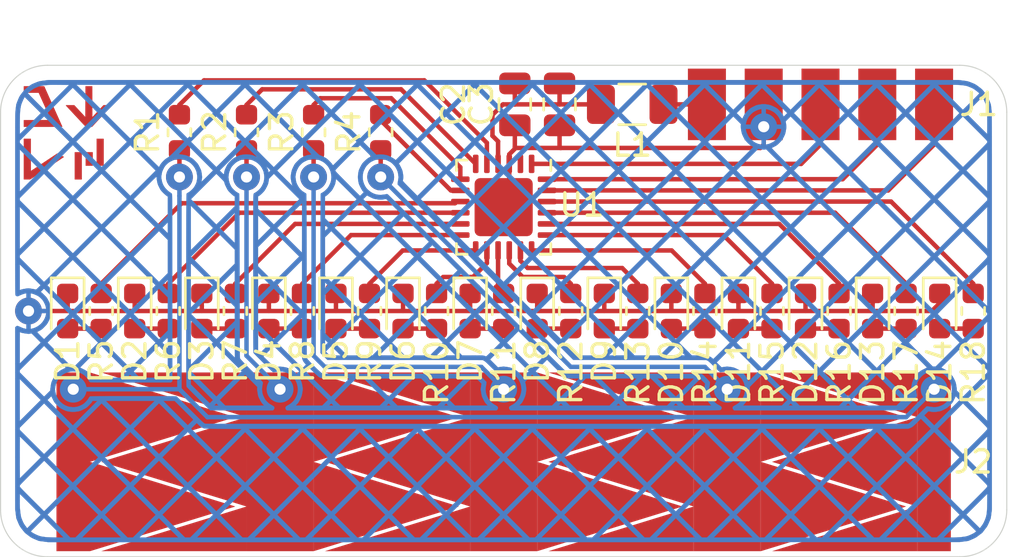
<source format=kicad_pcb>
(kicad_pcb (version 20240108) (generator "pcbnew") (generator_version "8.0")
  (layers (0 "F.Cu" signal) (31 "B.Cu" signal) (34 "B.Paste" user) (35 "F.Paste" user) (36 "B.SilkS" user "B.Silkscreen") (37 "F.SilkS" user "F.Silkscreen") (38 "B.Mask" user) (39 "F.Mask" user) (44 "Edge.Cuts" user))
  (net 0 "")
  (net 1 "GND")
  (net 2 "+3V3")
  (net 3 "Net-(D1-Pad2)")
  (net 4 "Net-(D2-Pad2)")
  (net 5 "Net-(D3-Pad2)")
  (net 6 "Net-(D4-Pad2)")
  (net 7 "Net-(D5-Pad2)")
  (net 8 "Net-(D6-Pad2)")
  (net 9 "Net-(D7-Pad2)")
  (net 10 "Net-(D8-Pad2)")
  (net 11 "Net-(D9-Pad2)")
  (net 12 "Net-(D10-Pad2)")
  (net 13 "Net-(D11-Pad2)")
  (net 14 "Net-(D12-Pad2)")
  (net 15 "Net-(D13-Pad2)")
  (net 16 "Net-(D14-Pad2)")
  (net 17 "Net-(J1-Pad5)")
  (net 18 "/RX")
  (net 19 "/TX")
  (net 20 "/UPDI")
  (net 21 "Net-(R1-Pad2)")
  (net 22 "/SENS0")
  (net 23 "Net-(R2-Pad2)")
  (net 24 "/SENS1")
  (net 25 "Net-(R3-Pad2)")
  (net 26 "/SENS2")
  (net 27 "Net-(R4-Pad2)")
  (net 28 "/SENS3")
  (net 29 "/LED0")
  (net 30 "/LED1")
  (net 31 "/LED2")
  (net 32 "/LED3")
  (net 33 "/LED4")
  (net 34 "/LED5")
  (net 35 "/LED6")
  (net 36 "/LED7")
  (net 37 "/LED8")
  (net 38 "/LED9")
  (net 39 "/LED10")
  (net 40 "/LED11")
  (net 41 "/LED12")
  (net 42 "/LED13")
  (net 43 "Net-(U1-Pad2)")
  (footprint "Capacitor_SMD:C_0805_2012Metric" (layer "F.Cu") (at 150.5 90.75 -90)
    (property "Reference" "C2")
    (property "Value" "10u")
  )
  (footprint "Capacitor_SMD:C_0805_2012Metric" (layer "F.Cu") (at 152.5 90.75 -90)
    (property "Reference" "C3")
    (property "Value" "100n")
  )
  (footprint "Inductor_SMD:L_1206_3216Metric" (layer "F.Cu") (at 155.75 90.75 180)
    (property "Reference" "L1")
    (property "Value" "idk_lol")
  )
  (footprint "Resistor_SMD:R_0603_1608Metric" (layer "F.Cu") (at 135.5 92 90)
    (property "Reference" "R1")
    (property "Value" "10k")
  )
  (footprint "Resistor_SMD:R_0603_1608Metric" (layer "F.Cu") (at 138.5 92 90)
    (property "Reference" "R2")
    (property "Value" "10k")
  )
  (footprint "Resistor_SMD:R_0603_1608Metric" (layer "F.Cu") (at 141.5 92 90)
    (property "Reference" "R3")
    (property "Value" "10k")
  )
  (footprint "Resistor_SMD:R_0603_1608Metric" (layer "F.Cu") (at 144.5 92 90)
    (property "Reference" "R4")
    (property "Value" "10k")
  )
  (footprint "LED_SMD:LED_0603_1608Metric" (layer "F.Cu") (at 154.5 100 -90)
    (property "Reference" "D9")
    (property "Value" "LED")
  )
  (footprint "LED_SMD:LED_0603_1608Metric" (layer "F.Cu") (at 151.5 100 -90)
    (property "Reference" "D8")
    (property "Value" "LED")
  )
  (footprint "LED_SMD:LED_0603_1608Metric" (layer "F.Cu") (at 148.5 100 -90)
    (property "Reference" "D7")
    (property "Value" "LED")
  )
  (footprint "LED_SMD:LED_0603_1608Metric" (layer "F.Cu") (at 145.5 100 -90)
    (property "Reference" "D6")
    (property "Value" "LED")
  )
  (footprint "LED_SMD:LED_0603_1608Metric" (layer "F.Cu") (at 142.5 100 -90)
    (property "Reference" "D5")
    (property "Value" "LED")
  )
  (footprint "LED_SMD:LED_0603_1608Metric" (layer "F.Cu") (at 139.5 100 -90)
    (property "Reference" "D4")
    (property "Value" "LED")
  )
  (footprint "LED_SMD:LED_0603_1608Metric" (layer "F.Cu") (at 136.5 100 -90)
    (property "Reference" "D3")
    (property "Value" "LED")
  )
  (footprint "LED_SMD:LED_0603_1608Metric" (layer "F.Cu") (at 133.5 100 -90)
    (property "Reference" "D2")
    (property "Value" "LED")
  )
  (footprint "LED_SMD:LED_0603_1608Metric" (layer "F.Cu") (at 130.5 100 -90)
    (property "Reference" "D1")
    (property "Value" "LED")
  )
  (footprint "LED_SMD:LED_0603_1608Metric" (layer "F.Cu") (at 160.5 100 -90)
    (property "Reference" "D11")
    (property "Value" "LED")
  )
  (footprint "LED_SMD:LED_0603_1608Metric" (layer "F.Cu") (at 157.5 100 -90)
    (property "Reference" "D10")
    (property "Value" "LED")
  )
  (footprint "Resistor_SMD:R_0603_1608Metric" (layer "F.Cu") (at 171 100 90)
    (property "Reference" "R18")
    (property "Value" "1k")
  )
  (footprint "Resistor_SMD:R_0603_1608Metric" (layer "F.Cu") (at 168 100 90)
    (property "Reference" "R17")
    (property "Value" "1k")
  )
  (footprint "Resistor_SMD:R_0603_1608Metric" (layer "F.Cu") (at 165 100 90)
    (property "Reference" "R16")
    (property "Value" "1k")
  )
  (footprint "Resistor_SMD:R_0603_1608Metric" (layer "F.Cu") (at 162 100 90)
    (property "Reference" "R15")
    (property "Value" "1k")
  )
  (footprint "Resistor_SMD:R_0603_1608Metric" (layer "F.Cu") (at 159 100 90)
    (property "Reference" "R14")
    (property "Value" "1k")
  )
  (footprint "Resistor_SMD:R_0603_1608Metric" (layer "F.Cu") (at 153 100 90)
    (property "Reference" "R12")
    (property "Value" "1k")
  )
  (footprint "Resistor_SMD:R_0603_1608Metric" (layer "F.Cu") (at 150 100 90)
    (property "Reference" "R11")
    (property "Value" "1k")
  )
  (footprint "Resistor_SMD:R_0603_1608Metric" (layer "F.Cu") (at 147 100 90)
    (property "Reference" "R10")
    (property "Value" "1k")
  )
  (footprint "Resistor_SMD:R_0603_1608Metric" (layer "F.Cu") (at 144 100 90)
    (property "Reference" "R9")
    (property "Value" "1k")
  )
  (footprint "Resistor_SMD:R_0603_1608Metric" (layer "F.Cu") (at 141 100 90)
    (property "Reference" "R8")
    (property "Value" "1k")
  )
  (footprint "Resistor_SMD:R_0603_1608Metric" (layer "F.Cu") (at 138 100 90)
    (property "Reference" "R7")
    (property "Value" "1k")
  )
  (footprint "Resistor_SMD:R_0603_1608Metric" (layer "F.Cu") (at 135 100 90)
    (property "Reference" "R6")
    (property "Value" "1k")
  )
  (footprint "Resistor_SMD:R_0603_1608Metric" (layer "F.Cu") (at 132 100 90)
    (property "Reference" "R5")
    (property "Value" "1k")
  )
  (footprint "Resistor_SMD:R_0603_1608Metric" (layer "F.Cu") (at 156 100 90)
    (property "Reference" "R13")
    (property "Value" "1k")
  )
  (footprint "LED_SMD:LED_0603_1608Metric" (layer "F.Cu") (at 169.5 100 -90)
    (property "Reference" "D14")
    (property "Value" "LED")
  )
  (footprint "LED_SMD:LED_0603_1608Metric" (layer "F.Cu") (at 166.5 100 -90)
    (property "Reference" "D13")
    (property "Value" "LED")
  )
  (footprint "LED_SMD:LED_0603_1608Metric" (layer "F.Cu") (at 163.5 100 -90)
    (property "Reference" "D12")
    (property "Value" "LED")
  )
  (footprint "Connector_PinHeader_2.54mm:PinHeader_1x05_P2.54mm_Vertical" (layer "F.Cu") (at 169.25 90.75 -90)
    (property "Reference" "J1")
    (property "Value" "Conn_01x05")
  )
  (footprint "slider:slider" (layer "F.Cu") (at 150 106.75)
    (property "Reference" "J2")
    (property "Value" "Conn_01x05")
  )
  (footprint "Package_DFN_QFN:QFN-24-1EP_4x4mm_P0.5mm_EP2.6x2.6mm" (layer "F.Cu") (at 150 95.35 -90)
    (property "Reference" "U1")
    (property "Value" "ATtiny817-M")
  )
  (footprint "slider:logo" (layer "F.Cu") (at 130.5 92)
    (property "Reference" "G***" (hide yes))
    (property "Value" "LOGO" (hide yes))
  )
  (footprint "slider:hatch" (layer "F.Cu") (at 150 100)
    (property "Reference" "G***" (hide yes))
    (property "Value" "LOGO" (hide yes))
  )
  (gr_arc (start 127.5 91.1) (mid 128.115076 89.615076) (end 129.6 89) (stroke (width 0.05)) (layer "Edge.Cuts"))
  (gr_line (start 172.5 91.1) (end 172.5 108.9) (stroke (width 0.05)) (layer "Edge.Cuts"))
  (gr_line (start 127.5 91.1) (end 127.5 108.9) (stroke (width 0.05)) (layer "Edge.Cuts"))
  (gr_line (start 129.6 89) (end 170.4 89) (stroke (width 0.05)) (layer "Edge.Cuts"))
  (gr_arc (start 172.5 108.9) (mid 171.884924 110.384924) (end 170.4 111) (stroke (width 0.05)) (layer "Edge.Cuts"))
  (gr_arc (start 170.4 89) (mid 171.884924 89.615076) (end 172.5 91.1) (stroke (width 0.05)) (layer "Edge.Cuts"))
  (gr_arc (start 129.6 111) (mid 128.115076 110.384924) (end 127.5 108.9) (stroke (width 0.05)) (layer "Edge.Cuts"))
  (gr_line (start 129.6 111) (end 170.4 111) (stroke (width 0.05)) (layer "Edge.Cuts"))
  (segment (start 133.5 100) (end 136.5 100) (width 0.2) (layer "F.Cu") (net 1))
  (segment (start 130.5 99.2125) (end 130.5 99.65) (width 0.2) (layer "F.Cu") (net 1))
  (segment (start 160.5 99.65) (end 160.5 100) (width 0.2) (layer "F.Cu") (net 1))
  (segment (start 166.5 100) (end 169.15 100) (width 0.2) (layer "F.Cu") (net 1))
  (segment (start 136.5 99.2125) (end 136.5 100) (width 0.2) (layer "F.Cu") (net 1))
  (segment (start 163.5 100) (end 166.5 100) (width 0.2) (layer "F.Cu") (net 1))
  (segment (start 160.5 99.2125) (end 160.5 99.65) (width 0.2) (layer "F.Cu") (net 1))
  (segment (start 139.5 99.65) (end 139.5 100) (width 0.2) (layer "F.Cu") (net 1))
  (segment (start 151.5 99.65) (end 151.5 100) (width 0.2) (layer "F.Cu") (net 1))
  (segment (start 169.5 99.65) (end 169.5 99.2125) (width 0.2) (layer "F.Cu") (net 1))
  (segment (start 151.5 100) (end 154.5 100) (width 0.2) (layer "F.Cu") (net 1))
  (segment (start 145.5 99.2125) (end 145.5 100) (width 0.2) (layer "F.Cu") (net 1))
  (segment (start 148.5 100) (end 151.5 100) (width 0.2) (layer "F.Cu") (net 1))
  (segment (start 163.5 99.2125) (end 163.5 99.65) (width 0.2) (layer "F.Cu") (net 1))
  (segment (start 160.5 100) (end 163.5 100) (width 0.2) (layer "F.Cu") (net 1))
  (segment (start 161.63 92.55) (end 161.63 90.75) (width 0.2) (layer "F.Cu") (net 1))
  (segment (start 148.5 99.2125) (end 148.5 100) (width 0.2) (layer "F.Cu") (net 1))
  (segment (start 130.5 100) (end 133.5 100) (width 0.2) (layer "F.Cu") (net 1))
  (segment (start 169.15 100) (end 169.5 99.65) (width 0.2) (layer "F.Cu") (net 1))
  (segment (start 150.537342 92.69999) (end 152.55001 92.69999) (width 0.2) (layer "F.Cu") (net 1))
  (segment (start 136.5 100) (end 139.5 100) (width 0.2) (layer "F.Cu") (net 1))
  (segment (start 166.5 99.2125) (end 166.5 99.65) (width 0.2) (layer "F.Cu") (net 1))
  (segment (start 154.5 100) (end 157.5 100) (width 0.2) (layer "F.Cu") (net 1))
  (segment (start 133.5 99.2125) (end 133.5 100) (width 0.2) (layer "F.Cu") (net 1))
  (segment (start 150.5 92.662648) (end 150.5 91.6875) (width 0.2) (layer "F.Cu") (net 1))
  (segment (start 152.5 92.64998) (end 152.5 91.6875) (width 0.2) (layer "F.Cu") (net 1))
  (segment (start 150.25 95.1) (end 150 95.35) (width 0.2) (layer "F.Cu") (net 1))
  (segment (start 150.25 93.4125) (end 150.25 95.1) (width 0.2) (layer "F.Cu") (net 1))
  (segment (start 139.5 100) (end 142.5 100) (width 0.2) (layer "F.Cu") (net 1))
  (segment (start 152.55001 92.69999) (end 152.5 92.64998) (width 0.2) (layer "F.Cu") (net 1))
  (segment (start 142.5 100) (end 145.5 100) (width 0.2) (layer "F.Cu") (net 1))
  (segment (start 157.5 99.2125) (end 157.5 100) (width 0.2) (layer "F.Cu") (net 1))
  (segment (start 166.5 99.65) (end 166.5 100) (width 0.2) (layer "F.Cu") (net 1))
  (segment (start 142.5 99.2125) (end 142.5 100) (width 0.2) (layer "F.Cu") (net 1))
  (segment (start 128.75 100) (end 130.5 100) (width 0.2) (layer "F.Cu") (net 1))
  (segment (start 150.25 93.4125) (end 150.25 92.987332) (width 0.2) (layer "F.Cu") (net 1))
  (segment (start 139.5 99.2125) (end 139.5 99.65) (width 0.2) (layer "F.Cu") (net 1))
  (segment (start 161.48001 92.69999) (end 161.63 92.55) (width 0.2) (layer "F.Cu") (net 1))
  (segment (start 150.25 92.987332) (end 150.537342 92.69999) (width 0.2) (layer "F.Cu") (net 1))
  (segment (start 152.55001 92.69999) (end 161.48001 92.69999) (width 0.2) (layer "F.Cu") (net 1))
  (segment (start 130.5 99.65) (end 130.5 100) (width 0.2) (layer "F.Cu") (net 1))
  (segment (start 163.5 99.65) (end 163.5 100) (width 0.2) (layer "F.Cu") (net 1))
  (segment (start 151.5 99.2125) (end 151.5 99.65) (width 0.2) (layer "F.Cu") (net 1))
  (segment (start 154.5 99.2125) (end 154.5 100) (width 0.2) (layer "F.Cu") (net 1))
  (segment (start 150.537342 92.69999) (end 150.5 92.662648) (width 0.2) (layer "F.Cu") (net 1))
  (segment (start 157.5 100) (end 160.5 100) (width 0.2) (layer "F.Cu") (net 1))
  (segment (start 145.5 100) (end 148.5 100) (width 0.2) (layer "F.Cu") (net 1))
  (via (at 161.63 91.75) (size 1.2) (drill 0.5) (layers "F.Cu" "B.Cu") (net 1))
  (via (at 128.75 100) (size 1.2) (drill 0.5) (layers "F.Cu" "B.Cu") (net 1))
  (segment (start 128.75 100) (end 128.75 99.151472) (width 0.2) (layer "B.Cu") (net 1))
  (segment (start 128.75 100.9) (end 128.75 100) (width 0.2) (layer "B.Cu") (net 1))
  (segment (start 161.63 91.75) (end 160.781472 91.75) (width 0.2) (layer "B.Cu") (net 1))
  (segment (start 161.63 92.598528) (end 161.65 92.618528) (width 0.2) (layer "B.Cu") (net 1))
  (segment (start 161.63 91.75) (end 161.63 90.901472) (width 0.2) (layer "B.Cu") (net 1))
  (segment (start 128.75 99.151472) (end 128.75 99.1) (width 0.2) (layer "B.Cu") (net 1))
  (segment (start 161.63 90.901472) (end 161.65 90.881472) (width 0.2) (layer "B.Cu") (net 1))
  (segment (start 161.63 91.75) (end 162.478528 91.75) (width 0.2) (layer "B.Cu") (net 1))
  (segment (start 161.63 91.75) (end 161.63 92.598528) (width 0.2) (layer "B.Cu") (net 1))
  (segment (start 128.75 100) (end 129.598528 100) (width 0.2) (layer "B.Cu") (net 1))
  (segment (start 152.5 90.75) (end 150.5 90.75) (width 0.2) (layer "F.Cu") (net 2))
  (segment (start 154.35 90.75) (end 152.5 90.75) (width 0.2) (layer "F.Cu") (net 2))
  (segment (start 149.49999 92.156484) (end 149.75 92.406494) (width 0.2) (layer "F.Cu") (net 2))
  (segment (start 149.75 93) (end 149.75 93.4125) (width 0.2) (layer "F.Cu") (net 2))
  (segment (start 152.5 89.8125) (end 152.5 90.75) (width 0.2) (layer "F.Cu") (net 2))
  (segment (start 150.5 89.8125) (end 150.5 90.3) (width 0.2) (layer "F.Cu") (net 2))
  (segment (start 150.5 90.75) (end 149.968506 90.75) (width 0.2) (layer "F.Cu") (net 2))
  (segment (start 149.968506 90.75) (end 149.49999 91.218516) (width 0.2) (layer "F.Cu") (net 2))
  (segment (start 149.49999 91.218516) (end 149.49999 92.156484) (width 0.2) (layer "F.Cu") (net 2))
  (segment (start 149.75 92.406494) (end 149.75 93) (width 0.2) (layer "F.Cu") (net 2))
  (segment (start 150.5 90.3) (end 150.5 90.75) (width 0.2) (layer "F.Cu") (net 2))
  (segment (start 130.5 100.7875) (end 132 100.7875) (width 0.2) (layer "F.Cu") (net 3))
  (segment (start 133.5 100.7875) (end 135 100.7875) (width 0.2) (layer "F.Cu") (net 4))
  (segment (start 136.5 100.7875) (end 138 100.7875) (width 0.2) (layer "F.Cu") (net 5))
  (segment (start 139.5 100.7875) (end 141 100.7875) (width 0.2) (layer "F.Cu") (net 6))
  (segment (start 142.5 100.7875) (end 144 100.7875) (width 0.2) (layer "F.Cu") (net 7))
  (segment (start 145.5 100.7875) (end 147 100.7875) (width 0.2) (layer "F.Cu") (net 8))
  (segment (start 148.5 100.7875) (end 150 100.7875) (width 0.2) (layer "F.Cu") (net 9))
  (segment (start 151.5 100.7875) (end 153 100.7875) (width 0.2) (layer "F.Cu") (net 10))
  (segment (start 154.5 100.7875) (end 156 100.7875) (width 0.2) (layer "F.Cu") (net 11))
  (segment (start 157.5 100.7875) (end 159 100.7875) (width 0.2) (layer "F.Cu") (net 12))
  (segment (start 160.5 100.7875) (end 162 100.7875) (width 0.2) (layer "F.Cu") (net 13))
  (segment (start 163.5 100.7875) (end 165 100.7875) (width 0.2) (layer "F.Cu") (net 14))
  (segment (start 166.5 100.7875) (end 168 100.7875) (width 0.2) (layer "F.Cu") (net 15))
  (segment (start 169.5 100.7875) (end 171 100.7875) (width 0.2) (layer "F.Cu") (net 16))
  (segment (start 157.15 90.75) (end 159.09 90.75) (width 0.2) (layer "F.Cu") (net 17))
  (segment (start 164.17 92.55) (end 164.17 90.75) (width 0.2) (layer "F.Cu") (net 18))
  (segment (start 151.25 93.4125) (end 163.3075 93.4125) (width 0.2) (layer "F.Cu") (net 18))
  (segment (start 163.3075 93.4125) (end 164.17 92.55) (width 0.2) (layer "F.Cu") (net 18))
  (segment (start 166.71 92.55) (end 166.71 90.75) (width 0.2) (layer "F.Cu") (net 19))
  (segment (start 165.16 94.1) (end 166.71 92.55) (width 0.2) (layer "F.Cu") (net 19))
  (segment (start 151.9375 94.1) (end 165.16 94.1) (width 0.2) (layer "F.Cu") (net 19))
  (segment (start 167.2 94.6) (end 169.25 92.55) (width 0.2) (layer "F.Cu") (net 20))
  (segment (start 169.25 92.55) (end 169.25 90.75) (width 0.2) (layer "F.Cu") (net 20))
  (segment (start 151.9375 94.6) (end 167.2 94.6) (width 0.2) (layer "F.Cu") (net 20))
  (segment (start 135.5 90.775) (end 135.5 91.2125) (width 0.2) (layer "F.Cu") (net 21))
  (segment (start 149.25 93.4125) (end 149.25 92.472193) (width 0.2) (layer "F.Cu") (net 21))
  (segment (start 149.25 92.472193) (end 146.452777 89.67497) (width 0.2) (layer "F.Cu") (net 21))
  (segment (start 146.452777 89.67497) (end 136.60003 89.67497) (width 0.2) (layer "F.Cu") (net 21))
  (segment (start 136.60003 89.67497) (end 135.5 90.775) (width 0.2) (layer "F.Cu") (net 21))
  (segment (start 135.5 92.7875) (end 135.5 94) (width 0.2) (layer "F.Cu") (net 22))
  (via (at 130.75 103.5) (size 1.2) (drill 0.5) (layers "F.Cu" "B.Cu") (net 22))
  (via (at 135.5 94) (size 1.2) (drill 0.5) (layers "F.Cu" "B.Cu") (net 22))
  (via (at 169.25 103.5) (size 1.2) (drill 0.5) (layers "F.Cu" "B.Cu") (net 22))
  (segment (start 169.25 103.5) (end 168 104.75) (width 0.2) (layer "B.Cu") (net 22))
  (segment (start 135.5 103.5) (end 130.75 103.5) (width 0.2) (layer "B.Cu") (net 22))
  (segment (start 168 104.75) (end 136.75 104.75) (width 0.2) (layer "B.Cu") (net 22))
  (segment (start 135.5 94.848528) (end 135.5 94) (width 0.2) (layer "B.Cu") (net 22))
  (segment (start 135.5 103.5) (end 135.5 94.848528) (width 0.2) (layer "B.Cu") (net 22))
  (segment (start 136.75 104.75) (end 135.5 103.5) (width 0.2) (layer "B.Cu") (net 22))
  (segment (start 139.20002 90.07498) (end 138.5 90.775) (width 0.2) (layer "F.Cu") (net 23))
  (segment (start 148.75 93.4125) (end 145.41248 90.07498) (width 0.2) (layer "F.Cu") (net 23))
  (segment (start 138.5 90.775) (end 138.5 91.2125) (width 0.2) (layer "F.Cu") (net 23))
  (segment (start 145.41248 90.07498) (end 139.20002 90.07498) (width 0.2) (layer "F.Cu") (net 23))
  (segment (start 138.5 92.7875) (end 138.5 94) (width 0.2) (layer "F.Cu") (net 24))
  (via (at 138.5 94) (size 1.2) (drill 0.5) (layers "F.Cu" "B.Cu") (net 24))
  (via (at 140 103.5) (size 1.2) (drill 0.5) (layers "F.Cu" "B.Cu") (net 24))
  (segment (start 138.5 94) (end 138.5 102) (width 0.2) (layer "B.Cu") (net 24))
  (segment (start 138.5 102) (end 140 103.5) (width 0.2) (layer "B.Cu") (net 24))
  (segment (start 141.80001 90.47499) (end 141.5 90.775) (width 0.2) (layer "F.Cu") (net 25))
  (segment (start 144.97113 90.47499) (end 141.80001 90.47499) (width 0.2) (layer "F.Cu") (net 25))
  (segment (start 148.0625 94.1) (end 148.0625 93.56636) (width 0.2) (layer "F.Cu") (net 25))
  (segment (start 148.0625 93.56636) (end 144.97113 90.47499) (width 0.2) (layer "F.Cu") (net 25))
  (segment (start 141.5 90.775) (end 141.5 91.2125) (width 0.2) (layer "F.Cu") (net 25))
  (segment (start 141.5 92.7875) (end 141.5 94) (width 0.2) (layer "F.Cu") (net 26))
  (via (at 150 103.5) (size 1.2) (drill 0.5) (layers "F.Cu" "B.Cu") (net 26))
  (via (at 141.5 94) (size 1.2) (drill 0.5) (layers "F.Cu" "B.Cu") (net 26))
  (segment (start 141.5 94) (end 141.5 102) (width 0.2) (layer "B.Cu") (net 26))
  (segment (start 142 102.5) (end 149 102.5) (width 0.2) (layer "B.Cu") (net 26))
  (segment (start 141.5 102) (end 142 102.5) (width 0.2) (layer "B.Cu") (net 26))
  (segment (start 149 102.5) (end 150 103.5) (width 0.2) (layer "B.Cu") (net 26))
  (segment (start 148.0625 94.6) (end 147.637332 94.6) (width 0.2) (layer "F.Cu") (net 27))
  (segment (start 147.637332 94.6) (end 144.5 91.462668) (width 0.2) (layer "F.Cu") (net 27))
  (segment (start 144.5 91.462668) (end 144.5 91.2125) (width 0.2) (layer "F.Cu") (net 27))
  (segment (start 144.5 92.7875) (end 144.5 94) (width 0.2) (layer "F.Cu") (net 28))
  (via (at 160 103.5) (size 1.2) (drill 0.5) (layers "F.Cu" "B.Cu") (net 28))
  (via (at 144.5 94) (size 1.2) (drill 0.5) (layers "F.Cu" "B.Cu") (net 28))
  (segment (start 159 102.5) (end 160 103.5) (width 0.2) (layer "B.Cu") (net 28))
  (segment (start 153 102.5) (end 159 102.5) (width 0.2) (layer "B.Cu") (net 28))
  (segment (start 144.5 94) (end 153 102.5) (width 0.2) (layer "B.Cu") (net 28))
  (segment (start 132 98.775) (end 132 99.2125) (width 0.2) (layer "F.Cu") (net 29))
  (segment (start 148.0625 95.1) (end 147.9 95.1) (width 0.2) (layer "F.Cu") (net 29))
  (segment (start 147.82501 95.17499) (end 135.60001 95.17499) (width 0.2) (layer "F.Cu") (net 29))
  (segment (start 135.60001 95.17499) (end 132 98.775) (width 0.2) (layer "F.Cu") (net 29))
  (segment (start 147.9 95.1) (end 147.82501 95.17499) (width 0.2) (layer "F.Cu") (net 29))
  (segment (start 138.175 95.6) (end 135 98.775) (width 0.2) (layer "F.Cu") (net 30))
  (segment (start 135 98.775) (end 135 99.2125) (width 0.2) (layer "F.Cu") (net 30))
  (segment (start 148.0625 95.6) (end 138.175 95.6) (width 0.2) (layer "F.Cu") (net 30))
  (segment (start 148.0625 96.1) (end 140.675 96.1) (width 0.2) (layer "F.Cu") (net 31))
  (segment (start 138 98.775) (end 138 99.2125) (width 0.2) (layer "F.Cu") (net 31))
  (segment (start 140.675 96.1) (end 138 98.775) (width 0.2) (layer "F.Cu") (net 31))
  (segment (start 141 98.775) (end 141 99.2125) (width 0.2) (layer "F.Cu") (net 32))
  (segment (start 148.0625 96.6) (end 143.175 96.6) (width 0.2) (layer "F.Cu") (net 32))
  (segment (start 143.175 96.6) (end 141 98.775) (width 0.2) (layer "F.Cu") (net 32))
  (segment (start 144 98.775) (end 144 99.2125) (width 0.2) (layer "F.Cu") (net 33))
  (segment (start 148.75 97.2875) (end 145.4875 97.2875) (width 0.2) (layer "F.Cu") (net 33))
  (segment (start 145.4875 97.2875) (end 144 98.775) (width 0.2) (layer "F.Cu") (net 33))
  (segment (start 147.30001 98.47499) (end 147 98.775) (width 0.2) (layer "F.Cu") (net 34))
  (segment (start 147 98.775) (end 147 99.2125) (width 0.2) (layer "F.Cu") (net 34))
  (segment (start 149.25 97.2875) (end 149.25 97.856334) (width 0.2) (layer "F.Cu") (net 34))
  (segment (start 148.631344 98.47499) (end 147.30001 98.47499) (width 0.2) (layer "F.Cu") (net 34))
  (segment (start 149.25 97.856334) (end 148.631344 98.47499) (width 0.2) (layer "F.Cu") (net 34))
  (segment (start 149.75 98.9625) (end 150 99.2125) (width 0.2) (layer "F.Cu") (net 35))
  (segment (start 149.75 97.2875) (end 149.75 98.9625) (width 0.2) (layer "F.Cu") (net 35))
  (segment (start 150.25 97.2875) (end 150.25 97.875) (width 0.2) (layer "F.Cu") (net 36))
  (segment (start 150.25 97.875) (end 150.84999 98.47499) (width 0.2) (layer "F.Cu") (net 36))
  (segment (start 153 98.775) (end 153 99.2125) (width 0.2) (layer "F.Cu") (net 36))
  (segment (start 152.69999 98.47499) (end 153 98.775) (width 0.2) (layer "F.Cu") (net 36))
  (segment (start 150.84999 98.47499) (end 152.69999 98.47499) (width 0.2) (layer "F.Cu") (net 36))
  (segment (start 150.75 97.2875) (end 150.75 97.75) (width 0.2) (layer "F.Cu") (net 37))
  (segment (start 151.07498 98.07498) (end 155.29998 98.07498) (width 0.2) (layer "F.Cu") (net 37))
  (segment (start 150.75 97.75) (end 151.07498 98.07498) (width 0.2) (layer "F.Cu") (net 37))
  (segment (start 156 98.775) (end 156 99.2125) (width 0.2) (layer "F.Cu") (net 37))
  (segment (start 155.29998 98.07498) (end 156 98.775) (width 0.2) (layer "F.Cu") (net 37))
  (segment (start 157.5125 97.2875) (end 159 98.775) (width 0.2) (layer "F.Cu") (net 38))
  (segment (start 151.25 97.2875) (end 157.5125 97.2875) (width 0.2) (layer "F.Cu") (net 38))
  (segment (start 159 98.775) (end 159 99.2125) (width 0.2) (layer "F.Cu") (net 38))
  (segment (start 151.9375 96.6) (end 159.825 96.6) (width 0.2) (layer "F.Cu") (net 39))
  (segment (start 162 98.775) (end 162 99.2125) (width 0.2) (layer "F.Cu") (net 39))
  (segment (start 159.825 96.6) (end 162 98.775) (width 0.2) (layer "F.Cu") (net 39))
  (segment (start 162.325 96.1) (end 165 98.775) (width 0.2) (layer "F.Cu") (net 40))
  (segment (start 165 98.775) (end 165 99.2125) (width 0.2) (layer "F.Cu") (net 40))
  (segment (start 151.9375 96.1) (end 162.325 96.1) (width 0.2) (layer "F.Cu") (net 40))
  (segment (start 168 98.775) (end 168 99.2125) (width 0.2) (layer "F.Cu") (net 41))
  (segment (start 151.9375 95.6) (end 164.825 95.6) (width 0.2) (layer "F.Cu") (net 41))
  (segment (start 164.825 95.6) (end 168 98.775) (width 0.2) (layer "F.Cu") (net 41))
  (segment (start 171 98.775) (end 171 99.2125) (width 0.2) (layer "F.Cu") (net 42))
  (segment (start 167.325 95.1) (end 171 98.775) (width 0.2) (layer "F.Cu") (net 42))
  (segment (start 151.9375 95.1) (end 167.325 95.1) (width 0.2) (layer "F.Cu") (net 42))
)
</source>
